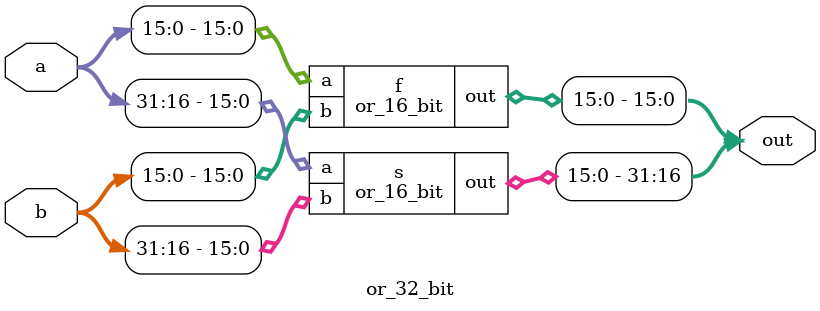
<source format=v>
module or_2_bit(out, a, b);
input [1:0] a, b;
output [1:0] out;

or f(out[0], a[0], b[0]),
    s(out[1], a[1], b[1]);
endmodule

module or_4_bit(out, a, b);
input [3:0] a, b;
output [3:0] out;

or_2_bit f(out[1:0], a[1:0], b[1:0]),
          s(out[3:2], a[3:2], b[3:2]);
endmodule

module or_8_bit(out, a, b);
input [7:0] a, b;
output [7:0] out;

or_4_bit f(out[3:0], a[3:0], b[3:0]),
          s(out[7:4], a[7:4], b[7:4]);
endmodule

module or_16_bit(out, a, b);
input [15:0] a, b;
output [15:0] out;

or_8_bit f(out[7:0], a[7:0], b[7:0]),
          s(out[15:8], a[15:8], b[15:8]);
endmodule

module or_32_bit(out, a, b);
input [31:0] a, b;
output [31:0] out;

or_16_bit f(out[15:0], a[15:0], b[15:0]),
          s(out[31:16], a[31:16], b[31:16]);
endmodule




</source>
